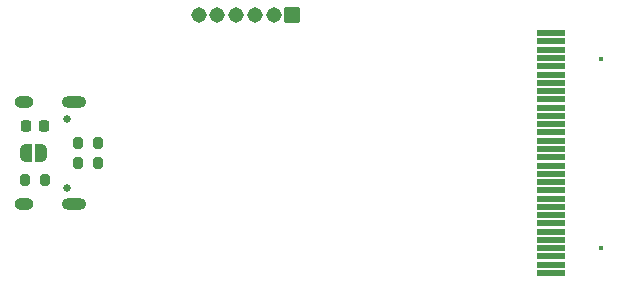
<source format=gbs>
%TF.GenerationSoftware,KiCad,Pcbnew,7.0.1-0*%
%TF.CreationDate,2023-10-13T23:04:16+03:00*%
%TF.ProjectId,trezor_v1.1,7472657a-6f72-45f7-9631-2e312e6b6963,rev?*%
%TF.SameCoordinates,Original*%
%TF.FileFunction,Soldermask,Bot*%
%TF.FilePolarity,Negative*%
%FSLAX46Y46*%
G04 Gerber Fmt 4.6, Leading zero omitted, Abs format (unit mm)*
G04 Created by KiCad (PCBNEW 7.0.1-0) date 2023-10-13 23:04:16*
%MOMM*%
%LPD*%
G01*
G04 APERTURE LIST*
G04 Aperture macros list*
%AMRoundRect*
0 Rectangle with rounded corners*
0 $1 Rounding radius*
0 $2 $3 $4 $5 $6 $7 $8 $9 X,Y pos of 4 corners*
0 Add a 4 corners polygon primitive as box body*
4,1,4,$2,$3,$4,$5,$6,$7,$8,$9,$2,$3,0*
0 Add four circle primitives for the rounded corners*
1,1,$1+$1,$2,$3*
1,1,$1+$1,$4,$5*
1,1,$1+$1,$6,$7*
1,1,$1+$1,$8,$9*
0 Add four rect primitives between the rounded corners*
20,1,$1+$1,$2,$3,$4,$5,0*
20,1,$1+$1,$4,$5,$6,$7,0*
20,1,$1+$1,$6,$7,$8,$9,0*
20,1,$1+$1,$8,$9,$2,$3,0*%
%AMFreePoly0*
4,1,19,0.500000,-0.750000,0.000000,-0.750000,0.000000,-0.744911,-0.071157,-0.744911,-0.207708,-0.704816,-0.327430,-0.627875,-0.420627,-0.520320,-0.479746,-0.390866,-0.500000,-0.250000,-0.500000,0.250000,-0.479746,0.390866,-0.420627,0.520320,-0.327430,0.627875,-0.207708,0.704816,-0.071157,0.744911,0.000000,0.744911,0.000000,0.750000,0.500000,0.750000,0.500000,-0.750000,0.500000,-0.750000,
$1*%
%AMFreePoly1*
4,1,19,0.000000,0.744911,0.071157,0.744911,0.207708,0.704816,0.327430,0.627875,0.420627,0.520320,0.479746,0.390866,0.500000,0.250000,0.500000,-0.250000,0.479746,-0.390866,0.420627,-0.520320,0.327430,-0.627875,0.207708,-0.704816,0.071157,-0.744911,0.000000,-0.744911,0.000000,-0.750000,-0.500000,-0.750000,-0.500000,0.750000,0.000000,0.750000,0.000000,0.744911,0.000000,0.744911,
$1*%
G04 Aperture macros list end*
%ADD10C,0.400000*%
%ADD11RoundRect,0.101600X1.100000X0.175000X-1.100000X0.175000X-1.100000X-0.175000X1.100000X-0.175000X0*%
%ADD12RoundRect,0.101600X0.553200X0.553200X-0.553200X0.553200X-0.553200X-0.553200X0.553200X-0.553200X0*%
%ADD13C,1.309600*%
%ADD14C,0.650000*%
%ADD15O,2.100000X1.000000*%
%ADD16O,1.600000X1.000000*%
%ADD17RoundRect,0.225000X0.225000X0.250000X-0.225000X0.250000X-0.225000X-0.250000X0.225000X-0.250000X0*%
%ADD18RoundRect,0.200000X0.200000X0.275000X-0.200000X0.275000X-0.200000X-0.275000X0.200000X-0.275000X0*%
%ADD19RoundRect,0.200000X-0.200000X-0.275000X0.200000X-0.275000X0.200000X0.275000X-0.200000X0.275000X0*%
%ADD20FreePoly0,180.000000*%
%ADD21FreePoly1,180.000000*%
G04 APERTURE END LIST*
D10*
X170194400Y-113003600D03*
X170194400Y-97003600D03*
D11*
X165944400Y-115153600D03*
X165944400Y-114453600D03*
X165944400Y-113753600D03*
X165944400Y-113053600D03*
X165944400Y-112353600D03*
X165944400Y-111653600D03*
X165944400Y-110953600D03*
X165944400Y-110253600D03*
X165944400Y-109553600D03*
X165944400Y-108853600D03*
X165944400Y-108153600D03*
X165944400Y-107453600D03*
X165944400Y-106753600D03*
X165944400Y-106053600D03*
X165944400Y-105353600D03*
X165944400Y-104653600D03*
X165944400Y-103953600D03*
X165944400Y-103253600D03*
X165944400Y-102553600D03*
X165944400Y-101853600D03*
X165944400Y-101153600D03*
X165944400Y-100453600D03*
X165944400Y-99753600D03*
X165944400Y-99053600D03*
X165944400Y-98353600D03*
X165944400Y-97653600D03*
X165944400Y-96953600D03*
X165944400Y-96253600D03*
X165944400Y-95553600D03*
X165944400Y-94853600D03*
D12*
X144081500Y-93268800D03*
D13*
X142494000Y-93268800D03*
X140906500Y-93268800D03*
X139319000Y-93268800D03*
X137731500Y-93268800D03*
X136144000Y-93268800D03*
D14*
X125028000Y-102139000D03*
X125028000Y-107919000D03*
D15*
X125558000Y-100709000D03*
D16*
X121378000Y-100709000D03*
D15*
X125558000Y-109349000D03*
D16*
X121378000Y-109349000D03*
D17*
X123076000Y-102743000D03*
X121526000Y-102743000D03*
D18*
X123126000Y-107315000D03*
X121476000Y-107315000D03*
D19*
X125950000Y-105875000D03*
X127600000Y-105875000D03*
X125950000Y-104175000D03*
X127600000Y-104175000D03*
D20*
X122824000Y-105029000D03*
D21*
X121524000Y-105029000D03*
M02*

</source>
